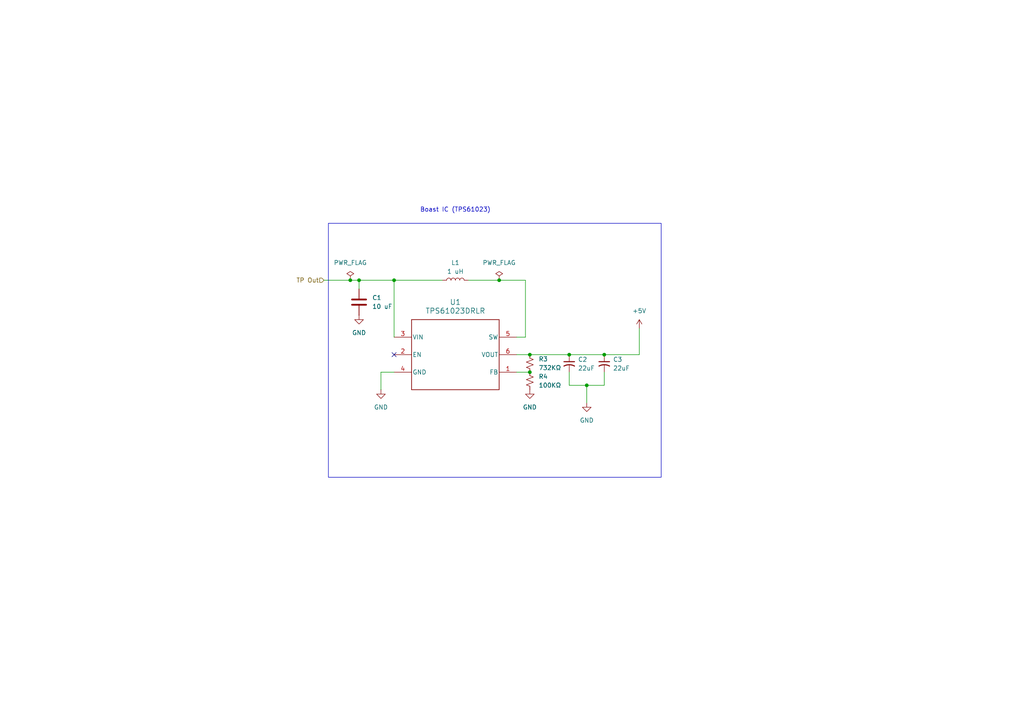
<source format=kicad_sch>
(kicad_sch (version 20250114) (generator "eeschema") (generator_version "9.0")
  (paper "A4")
  (lib_symbols
    (symbol "Device:C" (pin_numbers (hide yes)) (pin_names (offset 0.254))
      (property "Reference" "C" (at 0.635 2.54 0))
      (property "Value" "C" (at 0.635 -2.54 0))
      (symbol "C_0_1"
        (polyline (pts (xy -2.032 0.762) (xy 2.032 0.762)) (stroke (width 0.508)))
        (polyline (pts (xy -2.032 -0.762) (xy 2.032 -0.762)) (stroke (width 0.508)))
      )
      (symbol "C_1_1"
        (pin passive line (at 0 3.81 270) (length 2.794) (name "~") (number "1"))
        (pin passive line (at 0 -3.81 90) (length 2.794) (name "~") (number "2"))
      )
    )
    (symbol "Device:C_Small_US" (pin_numbers (hide yes)) (pin_names (offset 0.254) (hide yes))
      (property "Reference" "C" (at 0.254 1.778 0))
      (property "Value" "C_Small_US" (at 0.254 -2.032 0))
      (symbol "C_Small_US_0_1"
        (polyline (pts (xy -1.524 0.508) (xy 1.524 0.508)) (stroke (width 0.3048)))
        (arc (start -1.524 -0.762) (mid 0 -0.3734) (end 1.524 -0.762) (stroke (width 0.3048)))
      )
      (symbol "C_Small_US_1_1"
        (pin passive line (at 0 2.54 270) (length 2.032) (name "~") (number "1"))
        (pin passive line (at 0 -2.54 90) (length 2.032) (name "~") (number "2"))
      )
    )
    (symbol "Device:L" (pin_numbers (hide yes)) (pin_names (offset 1.016) (hide yes))
      (property "Reference" "L" (at -1.27 0 90))
      (property "Value" "L" (at 1.905 0 90))
      (symbol "L_0_1"
        (arc (start 0 2.54) (mid 0.6323 1.905) (end 0 1.27))
        (arc (start 0 1.27) (mid 0.6323 0.635) (end 0 0))
        (arc (start 0 0) (mid 0.6323 -0.635) (end 0 -1.27))
        (arc (start 0 -1.27) (mid 0.6323 -1.905) (end 0 -2.54))
      )
      (symbol "L_1_1"
        (pin passive line (at 0 3.81 270) (length 1.27) (name "1") (number "1"))
        (pin passive line (at 0 -3.81 90) (length 1.27) (name "2") (number "2"))
      )
    )
    (symbol "Device:R_Small_US" (pin_numbers (hide yes)) (pin_names (offset 0.254) (hide yes))
      (property "Reference" "R" (at 0.762 0.508 0))
      (property "Value" "R_Small_US" (at 0.762 -1.016 0))
      (symbol "R_Small_US_1_1"
        (polyline (pts (xy 0 1.524) (xy 1.016 1.143) (xy 0 0.762) (xy -1.016 0.381) (xy 0 0)))
        (polyline (pts (xy 0 0) (xy 1.016 -0.381) (xy 0 -0.762) (xy -1.016 -1.143) (xy 0 -1.524)))
        (pin passive line (at 0 2.54 270) (length 1.016) (name "~") (number "1"))
        (pin passive line (at 0 -2.54 90) (length 1.016) (name "~") (number "2"))
      )
    )
    (symbol "Ultra Librarian TPS61023DRLR:TPS61023DRLR" (pin_names (offset 0.254))
      (property "Reference" "U" (at 0 2.54 0))
      (property "Value" "TPS61023DRLR" (at 0 0 0))
      (symbol "TPS61023DRLR_0_1"
        (polyline (pts (xy -12.7 10.16) (xy -12.7 -10.16)) (stroke (width 0.2032)))
        (polyline (pts (xy -12.7 -10.16) (xy 12.7 -10.16)) (stroke (width 0.2032)))
        (polyline (pts (xy 12.7 10.16) (xy -12.7 10.16)) (stroke (width 0.2032)))
        (polyline (pts (xy 12.7 -10.16) (xy 12.7 10.16)) (stroke (width 0.2032)))
        (pin power_in line (at -17.78 5.08 0) (length 5.08) (name "VIN") (number "3"))
        (pin input line (at -17.78 0 0) (length 5.08) (name "EN") (number "2"))
        (pin power_in line (at -17.78 -5.08 0) (length 5.08) (name "GND") (number "4"))
        (pin power_in line (at 17.78 5.08 180) (length 5.08) (name "SW") (number "5"))
        (pin power_in line (at 17.78 0 180) (length 5.08) (name "VOUT") (number "6"))
        (pin input line (at 17.78 -5.08 180) (length 5.08) (name "FB") (number "1"))
      )
    )
    (symbol "power:+5V" (power) (pin_numbers (hide yes)) (pin_names (offset 0) (hide yes))
      (property "Value" "+5V" (at 0 3.556 0))
      (symbol "+5V_0_1"
        (polyline (pts (xy -0.762 1.27) (xy 0 2.54)))
        (polyline (pts (xy 0 2.54) (xy 0.762 1.27)))
        (polyline (pts (xy 0 0) (xy 0 2.54)))
      )
      (symbol "+5V_1_1"
        (pin power_in line (at 0 0 90) (length 0) (name "~") (number "1"))
      )
    )
    (symbol "power:GND" (power) (pin_numbers (hide yes)) (pin_names (offset 0) (hide yes))
      (property "Value" "GND" (at 0 -3.81 0))
      (symbol "GND_0_1"
        (polyline (pts (xy 0 0) (xy 0 -1.27) (xy 1.27 -1.27) (xy 0 -2.54) (xy -1.27 -1.27) (xy 0 -1.27)))
      )
      (symbol "GND_1_1"
        (pin power_in line (at 0 0 270) (length 0) (name "~") (number "1"))
      )
    )
    (symbol "power:PWR_FLAG" (power) (pin_numbers (hide yes)) (pin_names (offset 0) (hide yes))
      (property "Value" "PWR_FLAG" (at 0 3.81 0))
      (symbol "PWR_FLAG_0_0"
        (pin power_out line (at 0 0 90) (length 0) (name "~") (number "1"))
      )
      (symbol "PWR_FLAG_0_1"
        (polyline (pts (xy 0 0) (xy 0 1.27) (xy -1.016 1.905) (xy 0 2.54) (xy 1.016 1.905) (xy 0 1.27)))
      )
    )
  )
  (rectangle (start 95.25 64.77) (end 191.77 138.43))
  (text "Boast IC (TPS61023)\n\n" (at 132.08 61.976 0) (effects (font (size 1.27 1.27))))
  (junction (at 165.1 102.87))
  (junction (at 153.67 102.87))
  (junction (at 104.14 81.28))
  (junction (at 144.78 81.28))
  (junction (at 101.6 81.28))
  (junction (at 114.3 81.28))
  (junction (at 175.26 102.87))
  (junction (at 153.67 107.95))
  (junction (at 170.18 111.76))
  (no_connect (at 114.3 102.87))
  (wire (pts (xy 149.86 102.87) (xy 153.67 102.87)))
  (wire (pts (xy 165.1 111.76) (xy 165.1 107.95)))
  (wire (pts (xy 101.6 81.28) (xy 104.14 81.28)))
  (wire (pts (xy 165.1 111.76) (xy 170.18 111.76)))
  (wire (pts (xy 175.26 111.76) (xy 175.26 107.95)))
  (wire (pts (xy 93.98 81.28) (xy 101.6 81.28)))
  (wire (pts (xy 144.78 81.28) (xy 152.4 81.28)))
  (wire (pts (xy 175.26 102.87) (xy 185.42 102.87)))
  (wire (pts (xy 135.89 81.28) (xy 144.78 81.28)))
  (wire (pts (xy 152.4 97.79) (xy 149.86 97.79)))
  (wire (pts (xy 114.3 107.95) (xy 110.49 107.95)))
  (wire (pts (xy 170.18 111.76) (xy 170.18 116.84)))
  (wire (pts (xy 185.42 95.25) (xy 185.42 102.87)))
  (wire (pts (xy 153.67 102.87) (xy 165.1 102.87)))
  (wire (pts (xy 114.3 81.28) (xy 114.3 97.79)))
  (wire (pts (xy 170.18 111.76) (xy 175.26 111.76)))
  (wire (pts (xy 165.1 102.87) (xy 175.26 102.87)))
  (wire (pts (xy 104.14 81.28) (xy 114.3 81.28)))
  (wire (pts (xy 152.4 81.28) (xy 152.4 97.79)))
  (wire (pts (xy 110.49 107.95) (xy 110.49 113.03)))
  (wire (pts (xy 104.14 81.28) (xy 104.14 83.82)))
  (wire (pts (xy 114.3 81.28) (xy 128.27 81.28)))
  (wire (pts (xy 149.86 107.95) (xy 153.67 107.95)))
  (hierarchical_label "TP Out" (shape input) (at 93.98 81.28 180))
  (symbol (lib_id "power:GND") (at 104.14 91.44 0) (unit 1)
    (property "Reference" "#PWR07" (effects (hide yes)))
    (property "Value" "GND" (at 104.14 96.52 0))
    (property "Description" "Power symbol creates a global label with name \"GND\" , ground" (effects (hide yes)))
  )
  (symbol (lib_id "Ultra Librarian TPS61023DRLR:TPS61023DRLR") (at 132.08 102.87 0) (unit 1)
    (property "Reference" "U1" (at 132.08 87.63 0) (effects (font (size 1.524 1.524))))
    (property "Value" "TPS61023DRLR" (at 132.08 90.17 0) (effects (font (size 1.524 1.524))))
    (property "Footprint" "DRL0006A" (effects (hide yes)))
    (property "Datasheet" "https://www.ti.com/lit/gpn/tps61023" (effects (hide yes)))
  )
  (symbol (lib_id "Device:C_Small_US") (at 165.1 105.41 0) (unit 1)
    (property "Reference" "C2" (at 167.64 104.2669 0) (effects (justify left)))
    (property "Value" "22uF" (at 167.64 106.8069 0) (effects (justify left)))
    (property "Footprint" "Capacitor_SMD:C_0603_1608Metric_Pad1.08x0.95mm_HandSolder" (effects (hide yes)))
    (property "Description" "capacitor, small US symbol" (effects (hide yes)))
  )
  (symbol (lib_id "power:PWR_FLAG") (at 144.78 81.28 0) (unit 1)
    (property "Reference" "#FLG04" (effects (hide yes)))
    (property "Value" "PWR_FLAG" (at 144.78 76.2 0))
    (property "Description" "Special symbol for telling ERC where power comes from" (effects (hide yes)))
  )
  (symbol (lib_id "Device:L") (at 132.08 81.28 90) (unit 1)
    (property "Reference" "L1" (at 132.08 76.2 90))
    (property "Value" "1 uH" (at 132.08 78.74 90))
    (property "Description" "Inductor" (effects (hide yes)))
  )
  (symbol (lib_id "power:GND") (at 153.67 113.03 0) (unit 1)
    (property "Reference" "#PWR09" (effects (hide yes)))
    (property "Value" "GND" (at 153.67 118.11 0))
    (property "Description" "Power symbol creates a global label with name \"GND\" , ground" (effects (hide yes)))
  )
  (symbol (lib_id "Device:R_Small_US") (at 153.67 105.41 0) (unit 1)
    (property "Reference" "R3" (at 156.21 104.1399 0) (effects (justify left)))
    (property "Value" "732KΩ" (at 156.21 106.6799 0) (effects (justify left)))
    (property "Description" "Resistor, small US symbol" (effects (hide yes)))
  )
  (symbol (lib_id "power:PWR_FLAG") (at 101.6 81.28 0) (unit 1)
    (property "Reference" "#FLG01" (effects (hide yes)))
    (property "Value" "PWR_FLAG" (at 101.6 76.2 0))
    (property "Description" "Special symbol for telling ERC where power comes from" (effects (hide yes)))
  )
  (symbol (lib_id "Device:C_Small_US") (at 175.26 105.41 0) (unit 1)
    (property "Reference" "C3" (at 177.8 104.2669 0) (effects (justify left)))
    (property "Value" "22uF" (at 177.8 106.8069 0) (effects (justify left)))
    (property "Footprint" "Capacitor_SMD:C_0603_1608Metric_Pad1.08x0.95mm_HandSolder" (effects (hide yes)))
    (property "Description" "capacitor, small US symbol" (effects (hide yes)))
  )
  (symbol (lib_id "power:GND") (at 170.18 116.84 0) (unit 1)
    (property "Reference" "#PWR010" (effects (hide yes)))
    (property "Value" "GND" (at 170.18 121.92 0))
    (property "Description" "Power symbol creates a global label with name \"GND\" , ground" (effects (hide yes)))
  )
  (symbol (lib_id "Device:C") (at 104.14 87.63 0) (unit 1)
    (property "Reference" "C1" (at 107.95 86.3599 0) (effects (justify left)))
    (property "Value" "10 uF" (at 107.95 88.8999 0) (effects (justify left)))
    (property "Footprint" "Capacitor_SMD:C_0402_1005Metric" (effects (hide yes)))
    (property "Description" "Unpolarized capacitor" (effects (hide yes)))
  )
  (symbol (lib_id "Device:R_Small_US") (at 153.67 110.49 0) (unit 1)
    (property "Reference" "R4" (at 156.21 109.2199 0) (effects (justify left)))
    (property "Value" "100KΩ" (at 156.21 111.7599 0) (effects (justify left)))
    (property "Description" "Resistor, small US symbol" (effects (hide yes)))
  )
  (symbol (lib_id "power:+5V") (at 185.42 95.25 0) (unit 1)
    (property "Reference" "#PWR011" (effects (hide yes)))
    (property "Value" "+5V" (at 185.42 90.17 0))
    (property "Description" "Power symbol creates a global label with name \"+5V\"" (effects (hide yes)))
  )
  (symbol (lib_id "power:GND") (at 110.49 113.03 0) (unit 1)
    (property "Reference" "#PWR08" (effects (hide yes)))
    (property "Value" "GND" (at 110.49 118.11 0))
    (property "Description" "Power symbol creates a global label with name \"GND\" , ground" (effects (hide yes)))
  )
)
</source>
